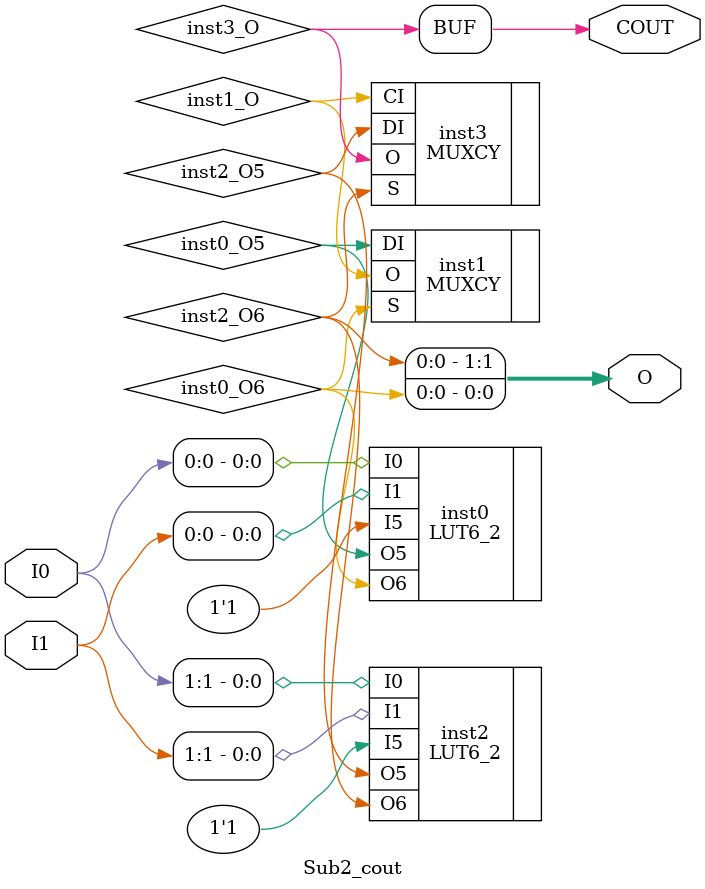
<source format=v>
module Sub2_cout (input [1:0] I0, input [1:0] I1, output [1:0] O, output  COUT);
wire  inst0_O5;
wire  inst0_O6;
wire  inst1_O;
wire  inst2_O5;
wire  inst2_O6;
wire  inst3_O;
LUT6_2 #(.INIT(64'h4444444444444443)) inst0 (.I0(I0[0]), .I1(I1[0]), .I5(1'b1), .O5(inst0_O5), .O6(inst0_O6));
MUXCY inst1 (.DI(inst0_O5), .S(inst0_O6), .O(inst1_O));
LUT6_2 #(.INIT(64'h4444444444444443)) inst2 (.I0(I0[1]), .I1(I1[1]), .I5(1'b1), .O5(inst2_O5), .O6(inst2_O6));
MUXCY inst3 (.DI(inst2_O5), .CI(inst1_O), .S(inst2_O6), .O(inst3_O));
assign O = {inst2_O6,inst0_O6};
assign COUT = inst3_O;
endmodule


</source>
